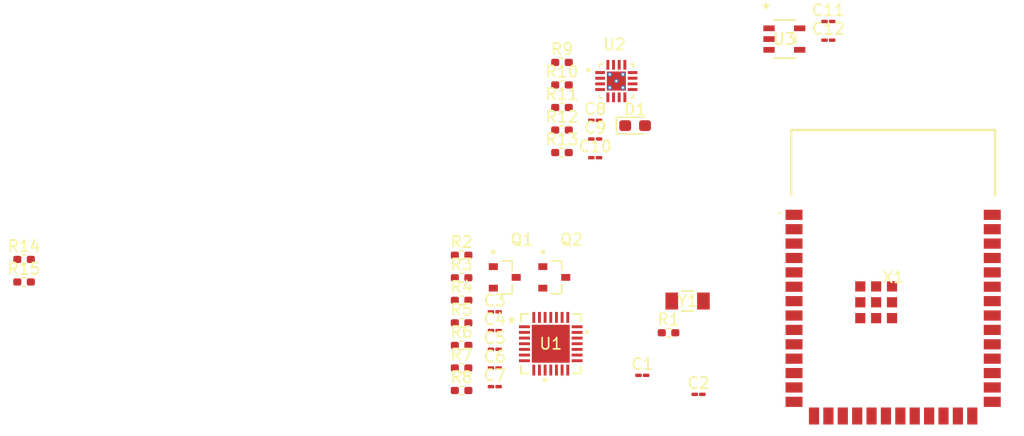
<source format=kicad_pcb>
(kicad_pcb (version 20240108) (generator "pcbnew") (generator_version "8.0")
  (layers (0 "F.Cu" signal) (31 "B.Cu" signal) (34 "B.Paste" user) (35 "F.Paste" user) (36 "B.SilkS" user "B.Silkscreen") (37 "F.SilkS" user "F.Silkscreen") (38 "B.Mask" user) (39 "F.Mask" user) (44 "Edge.Cuts" user))
  (net 0 "")
  (net 1 "/IO0")
  (net 2 "Net-(D3-A)")
  (net 4 "/VDD_SYS")
  (net 5 "Net-(D2-A)")
  (net 6 "/VDD_BATT")
  (net 8 "/IO12")
  (net 9 "/IO42")
  (net 10 "/D+")
  (net 11 "/IO4")
  (net 12 "/IO37")
  (net 13 "/IO9")
  (net 14 "/D-")
  (net 15 "/IO21")
  (net 16 "/IO18")
  (net 17 "/IO41")
  (net 18 "/IO7")
  (net 19 "Net-(D1-K)")
  (net 20 "/IO14")
  (net 21 "/IO2")
  (net 22 "/IO8")
  (net 23 "/IO17")
  (net 24 "/IO13")
  (net 25 "/IO10")
  (net 26 "/IO46")
  (net 27 "/IO45")
  (net 28 "/IO39")
  (net 29 "/IO6")
  (net 30 "/IO3")
  (net 31 "/IO47")
  (net 32 "/IO48")
  (net 33 "/IO36")
  (net 34 "/IO5")
  (net 35 "GND")
  (net 36 "/VDD_ESP")
  (net 37 "Net-(X1-IO16)")
  (net 38 "Net-(X1-IO15)")
  (net 39 "Net-(U2-~{CHG})")
  (net 40 "Net-(U1-VBUS)")
  (net 41 "Net-(Q1-Pad1)")
  (net 42 "/CHIP_PU")
  (net 43 "/RTS")
  (net 44 "/DTR")
  (net 45 "Net-(Q2-Pad1)")
  (net 46 "/IO1")
  (net 47 "Net-(U1-*SUSPEND)")
  (net 48 "Net-(U1-RSTb)")
  (net 49 "/VDD_USB")
  (net 56 "/CP_RXD")
  (net 58 "/USB_D+")
  (net 59 "/CP_TXD")
  (net 64 "/USB_D-")
  (net 70 "Net-(U2-~{PGOOD})")
  (net 71 "Net-(U2-TS)")
  (net 72 "Net-(U2-ISET)")
  (net 73 "Net-(U2-ILIM)")
  (net 75 "/IO35")
  (net 76 "/IO40")
  (net 77 "/IO11")
  (net 78 "/IO38")
  (footprint "SS8050-G:TRANS_SS8050-G" (layer "F.Cu") (at 108.794 89.0531)
    (property "Reference" "Q2" (at 1.515 -3.335 0) (layer "F.SilkS"))
    (property "Value" "SS8050-G")
    (fp_line (start -0.29 -1.45) (end 0.65 -1.45) (stroke (width 0.127)) (layer "F.SilkS"))
    (fp_line (start 0.65 -0.62) (end 0.65 -1.45) (stroke (width 0.127)) (layer "F.SilkS"))
    (fp_line (start 0.65 1.45) (end -0.29 1.45) (stroke (width 0.127)) (layer "F.SilkS"))
    (fp_line (start 0.65 1.45) (end 0.65 0.62) (stroke (width 0.127)) (layer "F.SilkS"))
    (fp_circle (center -1.01 -2.25) (end -0.91 -2.25) (stroke (width 0.2)) (fill none) (layer "F.SilkS"))
    (pad "1" smd rect (at -1.01 -0.95) (size 0.8 0.6) (layers "F.Cu" "F.Paste" "F.Mask") (net 45 "Net-(Q2-Pad1)"))
    (pad "2" smd rect (at -1.01 0.95) (size 0.8 0.6) (layers "F.Cu" "F.Paste" "F.Mask") (net 44 "/DTR"))
    (pad "3" smd rect (at 1.01 0) (size 0.8 0.6) (layers "F.Cu" "F.Paste" "F.Mask") (net 1 "/IO0"))
  )
  (footprint "Capacitor_SMD:C_01005_0402Metric_Pad0.57x0.30mm_HandSolder" (layer "F.Cu") (at 103.544 97.0481)
    (property "Reference" "C6" (at 0 -1 0) (layer "F.SilkS"))
    (property "Value" "1uF")
    (pad "1" smd roundrect (at -0.3375 0) (size 0.575 0.3) (layers "F.Cu" "F.Mask") (net 40 "Net-(U1-VBUS)"))
    (pad "2" smd roundrect (at 0.3375 0) (size 0.575 0.3) (layers "F.Cu" "F.Mask") (net 35 "GND"))
  )
  (footprint "Resistor_SMD:R_0402_1005Metric_Pad0.72x0.64mm_HandSolder" (layer "F.Cu") (at 109.475 72.065)
    (property "Reference" "R10" (at 0 -1.17 0) (layer "F.SilkS"))
    (property "Value" "1.87kΩ")
    (fp_line (start -0.167621 -0.38) (end 0.167621 -0.38) (stroke (width 0.12)) (layer "F.SilkS"))
    (fp_line (start -0.167621 0.38) (end 0.167621 0.38) (stroke (width 0.12)) (layer "F.SilkS"))
    (pad "1" smd roundrect (at -0.5975 0) (size 0.715 0.64) (layers "F.Cu" "F.Paste" "F.Mask") (net 70 "Net-(U2-~{PGOOD})"))
    (pad "2" smd roundrect (at 0.5975 0) (size 0.715 0.64) (layers "F.Cu" "F.Paste" "F.Mask") (net 4 "/VDD_SYS"))
  )
  (footprint "Resistor_SMD:R_0402_1005Metric_Pad0.72x0.64mm_HandSolder" (layer "F.Cu") (at 100.614 97.0481)
    (property "Reference" "R7" (at 0 -1.17 0) (layer "F.SilkS"))
    (property "Value" "10kΩ")
    (fp_line (start -0.167621 -0.38) (end 0.167621 -0.38) (stroke (width 0.12)) (layer "F.SilkS"))
    (fp_line (start -0.167621 0.38) (end 0.167621 0.38) (stroke (width 0.12)) (layer "F.SilkS"))
    (pad "1" smd roundrect (at -0.5975 0) (size 0.715 0.64) (layers "F.Cu" "F.Paste" "F.Mask") (net 41 "Net-(Q1-Pad1)"))
    (pad "2" smd roundrect (at 0.5975 0) (size 0.715 0.64) (layers "F.Cu" "F.Paste" "F.Mask") (net 44 "/DTR"))
  )
  (footprint "Capacitor_SMD:C_01005_0402Metric_Pad0.57x0.30mm_HandSolder" (layer "F.Cu") (at 103.544 92.0981)
    (property "Reference" "C3" (at 0 -1 0) (layer "F.SilkS"))
    (property "Value" "12pF")
    (pad "1" smd roundrect (at -0.3375 0) (size 0.575 0.3) (layers "F.Cu" "F.Mask") (net 37 "Net-(X1-IO16)"))
    (pad "2" smd roundrect (at 0.3375 0) (size 0.575 0.3) (layers "F.Cu" "F.Mask") (net 35 "GND"))
  )
  (footprint "Resistor_SMD:R_0402_1005Metric_Pad0.72x0.64mm_HandSolder" (layer "F.Cu") (at 100.614 89.0881)
    (property "Reference" "R3" (at 0 -1.17 0) (layer "F.SilkS"))
    (property "Value" "10kΩ")
    (fp_line (start -0.167621 -0.38) (end 0.167621 -0.38) (stroke (width 0.12)) (layer "F.SilkS"))
    (fp_line (start -0.167621 0.38) (end 0.167621 0.38) (stroke (width 0.12)) (layer "F.SilkS"))
    (pad "1" smd roundrect (at -0.5975 0) (size 0.715 0.64) (layers "F.Cu" "F.Paste" "F.Mask") (net 35 "GND"))
    (pad "2" smd roundrect (at 0.5975 0) (size 0.715 0.64) (layers "F.Cu" "F.Paste" "F.Mask") (net 47 "Net-(U1-*SUSPEND)"))
  )
  (footprint "Resistor_SMD:R_0402_1005Metric_Pad0.72x0.64mm_HandSolder" (layer "F.Cu") (at 100.614 93.0681)
    (property "Reference" "R5" (at 0 -1.17 0) (layer "F.SilkS"))
    (property "Value" "47.5kΩ")
    (fp_line (start -0.167621 -0.38) (end 0.167621 -0.38) (stroke (width 0.12)) (layer "F.SilkS"))
    (fp_line (start -0.167621 0.38) (end 0.167621 0.38) (stroke (width 0.12)) (layer "F.SilkS"))
    (pad "1" smd roundrect (at -0.5975 0) (size 0.715 0.64) (layers "F.Cu" "F.Paste" "F.Mask") (net 40 "Net-(U1-VBUS)"))
    (pad "2" smd roundrect (at 0.5975 0) (size 0.715 0.64) (layers "F.Cu" "F.Paste" "F.Mask") (net 35 "GND"))
  )
  (footprint "Capacitor_SMD:C_01005_0402Metric_Pad0.57x0.30mm_HandSolder" (layer "F.Cu") (at 116.5675 97.7)
    (property "Reference" "C1" (at 0 -1 0) (layer "F.SilkS"))
    (property "Value" "0.1uF")
    (pad "1" smd roundrect (at -0.3375 0) (size 0.575 0.3) (layers "F.Cu" "F.Mask") (net 36 "/VDD_ESP"))
    (pad "2" smd roundrect (at 0.3375 0) (size 0.575 0.3) (layers "F.Cu" "F.Mask") (net 35 "GND"))
  )
  (footprint "Resistor_SMD:R_0402_1005Metric_Pad0.72x0.64mm_HandSolder" (layer "F.Cu") (at 100.614 91.0781)
    (property "Reference" "R4" (at 0 -1.17 0) (layer "F.SilkS"))
    (property "Value" "1kΩ")
    (fp_line (start -0.167621 -0.38) (end 0.167621 -0.38) (stroke (width 0.12)) (layer "F.SilkS"))
    (fp_line (start -0.167621 0.38) (end 0.167621 0.38) (stroke (width 0.12)) (layer "F.SilkS"))
    (pad "1" smd roundrect (at -0.5975 0) (size 0.715 0.64) (layers "F.Cu" "F.Paste" "F.Mask") (net 36 "/VDD_ESP"))
    (pad "2" smd roundrect (at 0.5975 0) (size 0.715 0.64) (layers "F.Cu" "F.Paste" "F.Mask") (net 48 "Net-(U1-RSTb)"))
  )
  (footprint "Resistor_SMD:R_0402_1005Metric_Pad0.72x0.64mm_HandSolder" (layer "F.Cu") (at 61.9881 87.4688)
    (property "Reference" "R14" (at 0 -1.17 0) (layer "F.SilkS"))
    (property "Value" "300Ω")
    (fp_line (start -0.167621 -0.38) (end 0.167621 -0.38) (stroke (width 0.12)) (layer "F.SilkS"))
    (fp_line (start -0.167621 0.38) (end 0.167621 0.38) (stroke (width 0.12)) (layer "F.SilkS"))
    (pad "1" smd roundrect (at -0.5975 0) (size 0.715 0.64) (layers "F.Cu" "F.Paste" "F.Mask") (net 2 "Net-(D3-A)"))
    (pad "2" smd roundrect (at 0.5975 0) (size 0.715 0.64) (layers "F.Cu" "F.Paste" "F.Mask"))
  )
  (footprint "Capacitor_SMD:C_01005_0402Metric_Pad0.57x0.30mm_HandSolder" (layer "F.Cu") (at 103.544 98.6981)
    (property "Reference" "C7" (at 0 -1 0) (layer "F.SilkS"))
    (property "Value" "10uF")
    (pad "1" smd roundrect (at -0.3375 0) (size 0.575 0.3) (layers "F.Cu" "F.Mask") (net 35 "GND"))
    (pad "2" smd roundrect (at 0.3375 0) (size 0.575 0.3) (layers "F.Cu" "F.Mask") (net 36 "/VDD_ESP"))
  )
  (footprint "32kHz-crystal:12.87159_GYE" (layer "F.Cu") (at 120.563199 91.14)
    (property "Reference" "Y1" (at 0 0 0) (layer "F.SilkS"))
    (property "Value" "Crystal")
    (fp_line (start -0.530451 0.8763) (end 0.530451 0.8763) (stroke (width 0.1524)) (layer "F.SilkS"))
    (fp_line (start 0.530451 -0.8763) (end -0.530451 -0.8763) (stroke (width 0.1524)) (layer "F.SilkS"))
    (pad "1" smd rect (at -1.396801 0) (size 1.1176 1.4986) (layers "F.Cu" "F.Paste" "F.Mask") (net 37 "Net-(X1-IO16)"))
    (pad "2" smd rect (at 1.396801 0) (size 1.1176 1.4986) (layers "F.Cu" "F.Paste" "F.Mask") (net 38 "Net-(X1-IO15)"))
  )
  (footprint "Resistor_SMD:R_0402_1005Metric_Pad0.72x0.64mm_HandSolder" (layer "F.Cu") (at 109.475 70.075)
    (property "Reference" "R9" (at 0 -1.17 0) (layer "F.SilkS"))
    (property "Value" "1.87kΩ")
    (fp_line (start -0.167621 -0.38) (end 0.167621 -0.38) (stroke (width 0.12)) (layer "F.SilkS"))
    (fp_line (start -0.167621 0.38) (end 0.167621 0.38) (stroke (width 0.12)) (layer "F.SilkS"))
    (pad "1" smd roundrect (at -0.5975 0) (size 0.715 0.64) (layers "F.Cu" "F.Paste" "F.Mask") (net 39 "Net-(U2-~{CHG})"))
    (pad "2" smd roundrect (at 0.5975 0) (size 0.715 0.64) (layers "F.Cu" "F.Paste" "F.Mask") (net 19 "Net-(D1-K)"))
  )
  (footprint "Capacitor_SMD:C_01005_0402Metric_Pad0.57x0.30mm_HandSolder" (layer "F.Cu") (at 112.405 75.185)
    (property "Reference" "C8" (at 0 -1 0) (layer "F.SilkS"))
    (property "Value" "4.7uF")
    (pad "1" smd roundrect (at -0.3375 0) (size 0.575 0.3) (layers "F.Cu" "F.Mask") (net 4 "/VDD_SYS"))
    (pad "2" smd roundrect (at 0.3375 0) (size 0.575 0.3) (layers "F.Cu" "F.Mask") (net 35 "GND"))
  )
  (footprint "Capacitor_SMD:C_01005_0402Metric_Pad0.57x0.30mm_HandSolder" (layer "F.Cu") (at 132.9875 66.46)
    (property "Reference" "C11" (at 0 -1 0) (layer "F.SilkS"))
    (property "Value" "4.7uF")
    (pad "1" smd roundrect (at -0.3375 0) (size 0.575 0.3) (layers "F.Cu" "F.Mask") (net 4 "/VDD_SYS"))
    (pad "2" smd roundrect (at 0.3375 0) (size 0.575 0.3) (layers "F.Cu" "F.Mask") (net 35 "GND"))
  )
  (footprint "Capacitor_SMD:C_01005_0402Metric_Pad0.57x0.30mm_HandSolder" (layer "F.Cu") (at 112.405 76.835)
    (property "Reference" "C9" (at 0 -1 0) (layer "F.SilkS"))
    (property "Value" "4.7uF")
    (pad "1" smd roundrect (at -0.3375 0) (size 0.575 0.3) (layers "F.Cu" "F.Mask") (net 6 "/VDD_BATT"))
    (pad "2" smd roundrect (at 0.3375 0) (size 0.575 0.3) (layers "F.Cu" "F.Mask") (net 35 "GND"))
  )
  (footprint "SS8050-G:TRANS_SS8050-G" (layer "F.Cu") (at 104.424 89.0531)
    (property "Reference" "Q1" (at 1.515 -3.335 0) (layer "F.SilkS"))
    (property "Value" "SS8050-G")
    (fp_line (start -0.29 -1.45) (end 0.65 -1.45) (stroke (width 0.127)) (layer "F.SilkS"))
    (fp_line (start 0.65 -0.62) (end 0.65 -1.45) (stroke (width 0.127)) (layer "F.SilkS"))
    (fp_line (start 0.65 1.45) (end -0.29 1.45) (stroke (width 0.127)) (layer "F.SilkS"))
    (fp_line (start 0.65 1.45) (end 0.65 0.62) (stroke (width 0.127)) (layer "F.SilkS"))
    (fp_circle (center -1.01 -2.25) (end -0.91 -2.25) (stroke (width 0.2)) (fill none) (layer "F.SilkS"))
    (pad "1" smd rect (at -1.01 -0.95) (size 0.8 0.6) (layers "F.Cu" "F.Paste" "F.Mask") (net 41 "Net-(Q1-Pad1)"))
    (pad "2" smd rect (at -1.01 0.95) (size 0.8 0.6) (layers "F.Cu" "F.Paste" "F.Mask") (net 43 "/RTS"))
    (pad "3" smd rect (at 1.01 0) (size 0.8 0.6) (layers "F.Cu" "F.Paste" "F.Mask") (net 42 "/CHIP_PU"))
  )
  (footprint "ESP32-S3-WROOM-1-N16R8:ESP32S3WROOM1N8R2" (layer "F.Cu") (at 138.71 88.79)
    (property "Reference" "X1" (at 0 0.25 0) (layer "F.SilkS"))
    (property "Value" "ESP32-S3-WROOM-1-N16R8")
    (property "VALUE" "ESP32-S3-WROOM-1-N16R8" (hide yes))
    (fp_line (start -10.1 -5.4) (end -10.1 -5.4) (stroke (width 0.1)) (layer "F.SilkS"))
    (fp_line (start -10 -5.4) (end -10 -5.4) (stroke (width 0.1)) (layer "F.SilkS"))
    (fp_line (start -9 -12.75) (end 9 -12.75) (stroke (width 0.2)) (layer "F.SilkS"))
    (fp_line (start -9 -7) (end -9 -12.75) (stroke (width 0.2)) (layer "F.SilkS"))
    (fp_line (start 9 -12.75) (end 9 -7) (stroke (width 0.2)) (layer "F.SilkS"))
    (fp_arc (start -10.1 -5.4) (mid -10.05 -5.45) (end -10 -5.4) (stroke (width 0.1)) (layer "F.SilkS"))
    (fp_arc (start -10 -5.4) (mid -10.05 -5.35) (end -10.1 -5.4) (stroke (width 0.1)) (layer "F.SilkS"))
    (pad "1" smd rect (at -8.75 -5.26) (size 1.5 0.9) (layers "F.Cu" "F.Paste" "F.Mask") (net 35 "GND"))
    (pad "2" smd rect (at -8.75 -3.99) (size 1.5 0.9) (layers "F.Cu" "F.Paste" "F.Mask") (net 36 "/VDD_ESP"))
    (pad "3" smd rect (at -8.75 -2.72) (size 1.5 0.9) (layers "F.Cu" "F.Paste" "F.Mask") (net 42 "/CHIP_PU"))
    (pad "4" smd rect (at -8.75 -1.45) (size 1.5 0.9) (layers "F.Cu" "F.Paste" "F.Mask") (net 11 "/IO4"))
    (pad "5" smd rect (at -8.75 -0.18) (size 1.5 0.9) (layers "F.Cu" "F.Paste" "F.Mask") (net 34 "/IO5"))
    (pad "6" smd rect (at -8.75 1.09) (size 1.5 0.9) (layers "F.Cu" "F.Paste" "F.Mask") (net 29 "/IO6"))
    (pad "7" smd rect (at -8.75 2.36) (size 1.5 0.9) (layers "F.Cu" "F.Paste" "F.Mask") (net 18 "/IO7"))
    (pad "8" smd rect (at -8.75 3.63) (size 1.5 0.9) (layers "F.Cu" "F.Paste" "F.Mask") (net 38 "Net-(X1-IO15)"))
    (pad "9" smd rect (at -8.75 4.9) (size 1.5 0.9) (layers "F.Cu" "F.Paste" "F.Mask") (net 37 "Net-(X1-IO16)"))
    (pad "10" smd rect (at -8.75 6.17) (size 1.5 0.9) (layers "F.Cu" "F.Paste" "F.Mask") (net 23 "/IO17"))
    (pad "11" smd rect (at -8.75 7.44) (size 1.5 0.9) (layers "F.Cu" "F.Paste" "F.Mask") (net 16 "/IO18"))
    (pad "12" smd rect (at -8.75 8.71) (size 1.5 0.9) (layers "F.Cu" "F.Paste" "F.Mask") (net 22 "/IO8"))
    (pad "13" smd rect (at -8.75 9.98) (size 1.5 0.9) (layers "F.Cu" "F.Paste" "F.Mask") (net 14 "/D-"))
    (pad "14" smd rect (at -8.75 11.25) (size 1.5 0.9) (layers "F.Cu" "F.Paste" "F.Mask") (net 10 "/D+"))
    (pad "15" smd rect (at -6.985 12.5) (size 0.9 1.5) (layers "F.Cu" "F.Paste" "F.Mask") (net 30 "/IO3"))
    (pad "16" smd rect (at -5.715 12.5) (size 0.9 1.5) (layers "F.Cu" "F.Paste" "F.Mask") (net 26 "/IO46"))
    (pad "17" smd rect (at -4.445 12.5) (size 0.9 1.5) (layers "F.Cu" "F.Paste" "F.Mask") (net 13 "/IO9"))
    (pad "18" smd rect (at -3.175 12.5) (size 0.9 1.5) (layers "F.Cu" "F.Paste" "F.Mask") (net 25 "/IO10"))
    (pad "19" smd rect (at -1.905 12.5) (size 0.9 1.5) (layers "F.Cu" "F.Paste" "F.Mask") (net 77 "/IO11"))
    (pad "20" smd rect (at -0.635 12.5) (size 0.9 1.5) (layers "F.Cu" "F.Paste" "F.Mask") (net 8 "/IO12"))
    (pad "21" smd rect (at 0.635 12.5) (size 0.9 1.5) (layers "F.Cu" "F.Paste" "F.Mask") (net 24 "/IO13"))
    (pad "22" smd rect (at 1.905 12.5) (size 0.9 1.5) (layers "F.Cu" "F.Paste" "F.Mask") (net 20 "/IO14"))
    (pad "23" smd rect (at 3.175 12.5) (size 0.9 1.5) (layers "F.Cu" "F.Paste" "F.Mask") (net 15 "/IO21"))
    (pad "24" smd rect (at 4.445 12.5) (size 0.9 1.5) (layers "F.Cu" "F.Paste" "F.Mask") (net 31 "/IO47"))
    (pad "25" smd rect (at 5.715 12.5) (size 0.9 1.5) (layers "F.Cu" "F.Paste" "F.Mask") (net 32 "/IO48"))
    (pad "26" smd rect (at 6.985 12.5) (size 0.9 1.5) (layers "F.Cu" "F.Paste" "F.Mask") (net 27 "/IO45"))
    (pad "27" smd rect (at 8.75 11.25) (size 1.5 0.9) (layers "F.Cu" "F.Paste" "F.Mask") (net 1 "/IO0"))
    (pad "28" smd rect (at 8.75 9.98) (size 1.5 0.9) (layers "F.Cu" "F.Paste" "F.Mask") (net 75 "/IO35"))
    (pad "29" smd rect (at 8.75 8.71) (size 1.5 0.9) (layers "F.Cu" "F.Paste" "F.Mask") (net 33 "/IO36"))
    (pad "30" smd rect (at 8.75 7.44) (size 1.5 0.9) (layers "F.Cu" "F.Paste" "F.Mask") (net 12 "/IO37"))
    (pad "31" smd rect (at 8.75 6.17) (size 1.5 0.9) (layers "F.Cu" "F.Paste" "F.Mask") (net 78 "/IO38"))
    (pad "32" smd rect (at 8.75 4.9) (size 1.5 0.9) (layers "F.Cu" "F.Paste" "F.Mask") (net 28 "/IO39"))
    (pad "33" smd rect (at 8.75 3.63) (size 1.5 0.9) (layers "F.Cu" "F.Paste" "F.Mask") (net 76 "/IO40"))
    (pad "34" smd rect (at 8.75 2.36) (size 1.5 0.9) (layers "F.Cu" "F.Paste" "F.Mask") (net 17 "/IO41"))
    (pad "35" smd rect (at 8.75 1.09) (size 1.5 0.9) (layers "F.Cu" "F.Paste" "F.Mask") (net 9 "/IO42"))
    (pad "36" smd rect (at 8.75 -0.18) (size 1.5 0.9) (layers "F.Cu" "F.Paste" "F.Mask") (net 59 "/CP_TXD"))
    (pad "37" smd rect (at 8.75 -1.45) (size 1.5 0.9) (layers "F.Cu" "F.Paste" "F.Mask") (net 56 "/CP_RXD"))
    (pad "38" smd rect (at 8.75 -2.72) (size 1.5 0.9) (layers "F.Cu" "F.Paste" "F.Mask") (net 21 "/IO2"))
    (pad "39" smd rect (at 8.75 -3.99) (size 1.5 0.9) (layers "F.Cu" "F.Paste" "F.Mask") (net 46 "/IO1"))
    (pad "40" smd rect (at 8.75 -5.26) (size 1.5 0.9) (layers "F.Cu" "F.Paste" "F.Mask") (net 35 "GND"))
    (pad "41" smd rect (at -1.5 2.46) (size 0.9 0.9) (layers "F.Cu" "F.Paste" "F.Mask") (net 35 "GND"))
    (pad "42" smd rect (at -1.5 1.06) (size 0.9 0.9) (layers "F.Cu" "F.Paste" "F.Mask") (net 35 "GND"))
    (pad "43" smd rect (at -2.9 1.06) (size 0.9 0.9) (layers "F.Cu" "F.Paste" "F.Mask") (net 35 "GND"))
    (pad "44" smd rect (at -2.9 2.46) (size 0.9 0.9) (layers "F.Cu" "F.Paste" "F.Mask") (net 35 "GND"))
    (pad "45" smd rect (at -2.9 3.86) (size 0.9 0.9) (layers "F.Cu" "F.Paste" "F.Mask") (net 35 "GND"))
    (pad "46" smd rect (at -1.5 3.86) (size 0.9 0.9) (layers "F.Cu" "F.Paste" "F.Mask") (net 35 "GND"))
    (pad "47" smd rect (at -0.1 3.86) (size 0.9 0.9) (layers "F.Cu" "F.Paste" "F.Mask") (net 35 "GND"))
    (pad "48" smd rect (at -0.1 2.46) (size 0.9 0.9) (layers "F.Cu" "F.Paste" "F.Mask") (net 35 "GND"))
    (pad "49" smd rect (at -0.1 1.06) (size 0.9 0.9) (layers "F.Cu" "F.Paste" "F.Mask") (net 35 "GND"))
  )
  (footprint "Resistor_SMD:R_0402_1005Metric_Pad0.72x0.64mm_HandSolder" (layer "F.Cu") (at 118.8825 93.94)
    (property "Reference" "R1" (at 0 -1.17 0) (layer "F.SilkS"))
    (property "Value" "X")
    (fp_line (start -0.167621 -0.38) (end 0.167621 -0.38) (stroke (width 0.12)) (layer "F.SilkS"))
    (fp_line (start -0.167621 0.38) (end 0.167621 0.38) (stroke (width 0.12)) (layer "F.SilkS"))
    (pad "1" smd roundrect (at -0.5975 0) (size 0.715 0.64) (layers "F.Cu" "F.Paste" "F.Mask") (net 38 "Net-(X1-IO15)"))
    (pad "2" smd roundrect (at 0.5975 0) (size 0.715 0.64) (layers "F.Cu" "F.Paste" "F.Mask") (net 37 "Net-(X1-IO16)"))
  )
  (footprint "Capacitor_SMD:C_01005_0402Metric_Pad0.57x0.30mm_HandSolder" (layer "F.Cu") (at 103.544 95.3981)
    (property "Reference" "C5" (at 0 -1 0) (layer "F.SilkS"))
    (property "Value" "1uF")
    (pad "1" smd roundrect (at -0.3375 0) (size 0.575 0.3) (layers "F.Cu" "F.Mask") (net 42 "/CHIP_PU"))
    (pad "2" smd roundrect (at 0.3375 0) (size 0.575 0.3) (layers "F.Cu" "F.Mask") (net 35 "GND"))
  )
  (footprint "Resistor_SMD:R_0402_1005Metric_Pad0.72x0.64mm_HandSolder" (layer "F.Cu") (at 100.614 87.0981)
    (property "Reference" "R2" (at 0 -1.17 0) (layer "F.SilkS"))
    (property "Value" "10kΩ")
    (fp_line (start -0.167621 -0.38) (end 0.167621 -0.38) (stroke (width 0.12)) (layer "F.SilkS"))
    (fp_line (start -0.167621 0.38) (end 0.167621 0.38) (stroke (width 0.12)) (layer "F.SilkS"))
    (pad "1" smd roundrect (at -0.5975 0) (size 0.715 0.64) (layers "F.Cu" "F.Paste" "F.Mask") (net 42 "/CHIP_PU"))
    (pad "2" smd roundrect (at 0.5975 0) (size 0.715 0.64) (layers "F.Cu" "F.Paste" "F.Mask") (net 36 "/VDD_ESP"))
  )
  (footprint "BQ24075RGTR:QFN50P300X300X100-17N" (layer "F.Cu") (at 114.275 71.72)
    (property "Reference" "U2" (at -0.165 -3.24 0) (layer "F.SilkS"))
    (property "Value" "BQ24075RGTR")
    (fp_line (start -1.5 -1.5) (end -1.5 -1.2) (stroke (width 0.127)) (layer "F.SilkS"))
    (fp_line (start -1.5 -1.5) (end -1.2 -1.5) (stroke (width 0.127)) (layer "F.SilkS"))
    (fp_line (start -1.5 1.5) (end -1.5 1.2) (stroke (width 0.127)) (layer "F.SilkS"))
    (fp_line (start -1.5 1.5) (end -1.2 1.5) (stroke (width 0.127)) (layer "F.SilkS"))
    (fp_line (start 1.5 -1.5) (end 1.2 -1.5) (stroke (width 0.127)) (layer "F.SilkS"))
    (fp_line (start 1.5 -1.5) (end 1.5 -1.2) (stroke (width 0.127)) (layer "F.SilkS"))
    (fp_line (start 1.5 1.5) (end 1.2 1.5) (stroke (width 0.127)) (layer "F.SilkS"))
    (fp_line (start 1.5 1.5) (end 1.5 1.2) (stroke (width 0.127)) (layer "F.SilkS"))
    (fp_circle (center -2.475 -0.95) (end -2.375 -0.95) (stroke (width 0.2)) (fill none) (layer "F.SilkS"))
    (pad "1" smd roundrect (at -1.435 -0.75) (size 0.86 0.26) (layers "F.Cu" "F.Paste" "F.Mask") (roundrect_rratio 0.125) (net 71 "Net-(U2-TS)"))
    (pad "2" smd roundrect (at -1.435 -0.25) (size 0.86 0.26) (layers "F.Cu" "F.Paste" "F.Mask") (roundrect_rratio 0.125) (net 6 "/VDD_BATT"))
    (pad "3" smd roundrect (at -1.435 0.25) (size 0.86 0.26) (layers "F.Cu" "F.Paste" "F.Mask") (roundrect_rratio 0.125) (net 6 "/VDD_BATT"))
    (pad "4" smd roundrect (at -1.435 0.75) (size 0.86 0.26) (layers "F.Cu" "F.Paste" "F.Mask") (roundrect_rratio 0.125) (net 35 "GND"))
    (pad "5" smd roundrect (at -0.75 1.435) (size 0.26 0.86) (layers "F.Cu" "F.Paste" "F.Mask") (roundrect_rratio 0.125) (net 4 "/VDD_SYS"))
    (pad "6" smd roundrect (at -0.25 1.435) (size 0.26 0.86) (layers "F.Cu" "F.Paste" "F.Mask") (roundrect_rratio 0.125) (net 35 "GND"))
    (pad "7" smd roundrect (at 0.25 1.435) (size 0.26 0.86) (layers "F.Cu" "F.Paste" "F.Mask") (roundrect_rratio 0.125) (net 70 "Net-(U2-~{PGOOD})"))
    (pad "8" smd roundrect (at 0.75 1.435) (size 0.26 0.86) (layers "F.Cu" "F.Paste" "F.Mask") (roundrect_rratio 0.125) (net 35 "GND"))
    (pad "9" smd roundrect (at 1.435 0.75) (size 0.86 0.26) (layers "F.Cu" "F.Paste" "F.Mask") (roundrect_rratio 0.125) (net 39 "Net-(U2-~{CHG})"))
    (pad "10" smd roundrect (at 1.435 0.25) (size 0.86 0.26) (layers "F.Cu" "F.Paste" "F.Mask") (roundrect_rratio 0.125) (net 4 "/VDD_SYS"))
    (pad "11" smd roundrect (at 1.435 -0.25) (size 0.86 0.26) (layers "F.Cu" "F.Paste" "F.Mask") (roundrect_rratio 0.125) (net 4 "/VDD_SYS"))
    (pad "12" smd roundrect (at 1.435 -0.75) (size 0.86 0.26) (layers "F.Cu" "F.Paste" "F.Mask") (roundrect_rratio 0.125) (net 73 "Net-(U2-ILIM)"))
    (pad "13" smd roundrect (at 0.75 -1.435) (size 0.26 0.86) (layers "F.Cu" "F.Paste" "F.Mask") (roundrect_rratio 0.125) (net 49 "/VDD_USB"))
    (pad "14" smd roundrect (at 0.25 -1.435) (size 0.26 0.86) (layers "F.Cu" "F.Paste" "F.Mask") (roundrect_rratio 0.125) (net 35 "GND"))
    (pad "15" smd roundrect (at -0.25 -1.435) (size 0.26 0.86) (layers "F.Cu" "F.Paste" "F.Mask") (roundrect_rratio 0.125) (net 35 "GND"))
    (pad "16" smd roundrect (at -0.75 -1.435) (size 0.26 0.86) (layers "F.Cu" "F.Paste" "F.Mask") (roundrect_rratio 0.125) (net 72 "Net-(U2-ISET)"))
    (pad "17" smd rect (at 0 0) (size 1.68 1.68) (layers "F.Cu" "F.Mask") (net 35 "GND"))
    (pad "18" thru_hole circle (at 0 0) (size 0.4 0.4) (drill 0.2) (layers "*.Cu"))
    (pad "19" thru_hole circle (at -0.58 -0.58) (size 0.4 0.4) (drill 0.2) (layers "*.Cu"))
    (pad "20" thru_hole circle (at 0.58 -0.58) (size 0.4 0.4) (drill 0.2) (layers "*.Cu"))
    (pad "21" thru_hole circle (at -0.58 0.58) (size 0.4 0.4) (drill 0.2) (layers "*.Cu"))
    (pad "22" thru_hole circle (at 0.58 0.58) (size 0.4 0.4) (drill 0.2) (layers "*.Cu"))
  )
  (footprint "Resistor_SMD:R_0402_1005Metric_Pad0.72x0.64mm_HandSolder" (layer "F.Cu") (at 100.614 99.0381)
    (property "Reference" "R8" (at 0 -1.17 0) (layer "F.SilkS"))
    (property "Value" "10kΩ")
    (fp_line (start -0.167621 -0.38) (end 0.167621 -0.38) (stroke (width 0.12)) (layer "F.SilkS"))
    (fp_line (start -0.167621 0.38) (end 0.167621 0.38) (stroke (width 0.12)) (layer "F.SilkS"))
    (pad "1" smd roundrect (at -0.5975 0) (size 0.715 0.64) (layers "F.Cu" "F.Paste" "F.Mask") (net 45 "Net-(Q2-Pad1)"))
    (pad "2" smd roundrect (at 0.5975 0) (size 0.715 0.64) (layers "F.Cu" "F.Paste" "F.Mask") (net 43 "/RTS"))
  )
  (footprint "Capacitor_SMD:C_01005_0402Metric_Pad0.57x0.30mm_HandSolder" (layer "F.Cu") (at 103.544 93.7481)
    (property "Reference" "C4" (at 0 -1 0) (layer "F.SilkS"))
    (property "Value" "12pF")
    (pad "1" smd roundrect (at -0.3375 0) (size 0.575 0.3) (layers "F.Cu" "F.Mask") (net 38 "Net-(X1-IO15)"))
    (pad "2" smd roundrect (at 0.3375 0) (size 0.575 0.3) (layers "F.Cu" "F.Mask") (net 35 "GND"))
  )
  (footprint "Capacitor_SMD:C_01005_0402Metric_Pad0.57x0.30mm_HandSolder" (layer "F.Cu") (at 112.405 78.485)
    (property "Reference" "C10" (at 0 -1 0) (layer "F.SilkS"))
    (property "Value" "1uF")
    (pad "1" smd roundrect (at -0.3375 0) (size 0.575 0.3) (layers "F.Cu" "F.Mask") (net 49 "/VDD_USB"))
    (pad "2" smd roundrect (at 0.3375 0) (size 0.575 0.3) (layers "F.Cu" "F.Mask") (net 35 "GND"))
  )
  (footprint "AP2112K-3.3:SOT_RG1_DIO" (layer "F.Cu") (at 129.1053 68.0146)
    (property "Reference" "U3" (at 0 0 0) (layer "F.SilkS"))
    (property "Value" "AP2112K-3.3TRG1")
    (fp_line (start -0.9779 1.6764) (end 0.9779 1.6764) (stroke (width 0.1524)) (layer "F.SilkS"))
    (fp_line (start 0.9779 -1.6764) (end -0.9779 -1.6764) (stroke (width 0.1524)) (layer "F.SilkS"))
    (fp_line (start 0.9779 0.363261) (end 0.9779 -0.363261) (stroke (width 0.1524)) (layer "F.SilkS"))
    (fp_text user "*" (at -1.60655 -2.601 0) (layer "F.SilkS"))
    (fp_text user "*" (at -1.60655 -2.601 0) (layer "F.SilkS"))
    (pad "1" smd rect (at -1.35255 -0.950001) (size 1.0033 0.508) (layers "F.Cu" "F.Paste" "F.Mask") (net 4 "/VDD_SYS"))
    (pad "2" smd rect (at -1.35255 0) (size 1.0033 0.508) (layers "F.Cu" "F.Paste" "F.Mask") (net 35 "GND"))
    (pad "3" smd rect (at -1.35255 0.950001) (size 1.0033 0.508) (layers "F.Cu" "F.Paste" "F.Mask") (net 4 "/VDD_SYS"))
    (pad "4" smd rect (at 1.35255 0.950001) (size 1.0033 0.508) (layers "F.Cu" "F.Paste" "F.Mask"))
    (pad "5" smd rect (at 1.35255 -0.950001) (size 1.0033 0.508) (layers "F.Cu" "F.Paste" "F.Mask") (net 36 "/VDD_ESP"))
  )
  (footprint "Resistor_SMD:R_0402_1005Metric_Pad0.72x0.64mm_HandSolder" (layer "F.Cu") (at 109.475 76.045)
    (property "Reference" "R12" (at 0 -1.17 0) (layer "F.SilkS"))
    (property "Value" "1.13kΩ")
    (fp_line (start -0.167621 -0.38) (end 0.167621 -0.38) (stroke (width 0.12)) (layer "F.SilkS"))
    (fp_line (start -0.167621 0.38) (end 0.167621 0.38) (stroke (width 0.12)) (layer "F.SilkS"))
    (pad "1" smd roundrect (at -0.5975 0) (size 0.715 0.64) (layers "F.Cu" "F.Paste" "F.Mask") (net 35 "GND"))
    (pad "2" smd roundrect (at 0.5975 0) (size 0.715 0.64) (layers "F.Cu" "F.Paste" "F.Mask") (net 72 "Net-(U2-ISET)"))
  )
  (footprint "Resistor_SMD:R_0402_1005Metric_Pad0.72x0.64mm_HandSolder" (layer "F.Cu") (at 109.475 74.055)
    (property "Reference" "R11" (at 0 -1.17 0) (layer "F.SilkS"))
    (property "Value" "10kΩ")
    (fp_line (start -0.167621 -0.38) (end 0.167621 -0.38) (stroke (width 0.12)) (layer "F.SilkS"))
    (fp_line (start -0.167621 0.38) (end 0.167621 0.38) (stroke (width 0.12)) (layer "F.SilkS"))
    (pad "1" smd roundrect (at -0.5975 0) (size 0.715 0.64) (layers "F.Cu" "F.Paste" "F.Mask") (net 35 "GND"))
    (pad "2" smd roundrect (at 0.5975 0) (size 0.715 0.64) (layers "F.Cu" "F.Paste" "F.Mask") (net 71 "Net-(U2-TS)"))
  )
  (footprint "Capacitor_SMD:C_01005_0402Metric_Pad0.57x0.30mm_HandSolder" (layer "F.Cu") (at 121.53 99.38)
    (property "Reference" "C2" (at 0 -1 0) (layer "F.SilkS"))
    (property "Value" "10uF")
    (pad "1" smd roundrect (at -0.3375 0) (size 0.575 0.3) (layers "F.Cu" "F.Mask") (net 36 "/VDD_ESP"))
    (pad "2" smd roundrect (at 0.3375 0) (size 0.575 0.3) (layers "F.Cu" "F.Mask") (net 35 "GND"))
  )
  (footprint "Resistor_SMD:R_0402_1005Metric_Pad0.72x0.64mm_HandSolder" (layer "F.Cu") (at 100.614 95.0581)
    (property "Reference" "R6" (at 0 -1.17 0) (layer "F.SilkS"))
    (property "Value" "22.1kΩ")
    (fp_line (start -0.167621 -0.38) (end 0.167621 -0.38) (stroke (width 0.12)) (layer "F.SilkS"))
    (fp_line (start -0.167621 0.38) (end 0.167621 0.38) (stroke (width 0.12)) (layer "F.SilkS"))
    (pad "1" smd roundrect (at -0.5975 0) (size 0.715 0.64) (layers "F.Cu" "F.Paste" "F.Mask") (net 40 "Net-(U1-VBUS)"))
    (pad "2" smd roundrect (at 0.5975 0) (size 0.715 0.64) (layers "F.Cu" "F.Paste" "F.Mask") (net 49 "/VDD_USB"))
  )
  (footprint "Resistor_SMD:R_0402_1005Metric_Pad0.72x0.64mm_HandSolder" (layer "F.Cu") (at 61.9881 89.4588)
    (property "Reference" "R15" (at 0 -1.17 0) (layer "F.SilkS"))
    (property "Value" "300Ω")
    (fp_line (start -0.167621 -0.38) (end 0.167621 -0.38) (stroke (width 0.12)) (layer "F.SilkS"))
    (fp_line (start -0.167621 0.38) (end 0.167621 0.38) (stroke (width 0.12)) (layer "F.SilkS"))
    (pad "1" smd roundrect (at -0.5975 0) (size 0.715 0.64) (layers "F.Cu" "F.Paste" "F.Mask") (net 5 "Net-(D2-A)"))
    (pad "2" smd roundrect (at 0.5975 0) (size 0.715 0.64) (layers "F.Cu" "F.Paste" "F.Mask"))
  )
  (footprint "CP2102N-A02-QFN28:QFN28_5X5_SIL" (layer "F.Cu") (at 108.4859 94.91)
    (property "Reference" "U1" (at 0 0 0) (layer "F.SilkS"))
    (property "Value" "CP2102N-A02-GQFN28")
    (fp_line (start -2.6289 -2.6289) (end -2.6289 -1.95974) (stroke (width 0.1524)) (layer "F.SilkS"))
    (fp_line (start -2.6289 1.95974) (end -2.6289 2.6289) (stroke (width 0.1524)) (layer "F.SilkS"))
    (fp_line (start -2.6289 2.6289) (end -1.95974 2.6289) (stroke (width 0.1524)) (layer "F.SilkS"))
    (fp_line (start -1.95974 -2.6289) (end -2.6289 -2.6289) (stroke (width 0.1524)) (layer "F.SilkS"))
    (fp_line (start 1.95974 2.6289) (end 2.6289 2.6289) (stroke (width 0.1524)) (layer "F.SilkS"))
    (fp_line (start 2.6289 -2.6289) (end 1.95974 -2.6289) (stroke (width 0.1524)) (layer "F.SilkS"))
    (fp_line (start 2.6289 -1.95974) (end 2.6289 -2.6289) (stroke (width 0.1524)) (layer "F.SilkS"))
    (fp_line (start 2.6289 2.6289) (end 2.6289 1.95974) (stroke (width 0.1524)) (layer "F.SilkS"))
    (fp_poly (pts (xy -0.690499 3.0607) (xy -0.690499 3.3147) (xy -0.309499 3.3147) (xy -0.309499 3.0607)) (fill solid) (layer "F.SilkS"))
    (fp_poly (pts (xy 3.3147 -1.190501) (xy 3.3147 -0.809501) (xy 3.0607 -0.809501) (xy 3.0607 -1.190501)) (fill solid) (layer "F.SilkS"))
    (fp_text user "*" (at -3.4417 -1.75 0) (layer "F.SilkS"))
    (fp_text user "*" (at -3.4417 -1.75 0) (layer "F.SilkS"))
    (pad "1" smd rect (at -2.3241 -1.5 90) (size 0.254 0.9652) (layers "F.Cu" "F.Paste" "F.Mask"))
    (pad "2" smd rect (at -2.3241 -1.000001 90) (size 0.254 0.9652) (layers "F.Cu" "F.Paste" "F.Mask"))
    (pad "3" smd rect (at -2.3241 -0.499999 90) (size 0.254 0.9652) (layers "F.Cu" "F.Paste" "F.Mask") (net 35 "GND"))
    (pad "4" smd rect (at -2.3241 0 90) (size 0.254 0.9652) (layers "F.Cu" "F.Paste" "F.Mask") (net 58 "/USB_D+"))
    (pad "5" smd rect (at -2.3241 0.499999 90) (size 0.254 0.9652) (layers "F.Cu" "F.Paste" "F.Mask") (net 64 "/USB_D-"))
    (pad "6" smd rect (at -2.3241 1.000001 90) (size 0.254 0.9652) (layers "F.Cu" "F.Paste" "F.Mask") (net 36 "/VDD_ESP"))
    (pad "7" smd rect (at -2.3241 1.5 90) (size 0.254 0.9652) (layers "F.Cu" "F.Paste" "F.Mask") (net 36 "/VDD_ESP"))
    (pad "8" smd rect (at -1.5 2.3241) (size 0.254 0.9652) (layers "F.Cu" "F.Paste" "F.Mask") (net 40 "Net-(U1-VBUS)"))
    (pad "9" smd rect (at -1.000001 2.3241) (size 0.254 0.9652) (layers "F.Cu" "F.Paste" "F.Mask") (net 48 "Net-(U1-RSTb)"))
    (pad "10" smd rect (at -0.499999 2.3241) (size 0.254 0.9652) (layers "F.Cu" "F.Paste" "F.Mask"))
    (pad "11" smd rect (at 0 2.3241) (size 0.254 0.9652) (layers "F.Cu" "F.Paste" "F.Mask") (net 47 "Net-(U1-*SUSPEND)"))
    (pad "12" smd rect (at 0.499999 2.3241) (size 0.254 0.9652) (layers "F.Cu" "F.Paste" "F.Mask"))
    (pad "13" smd rect (at 1.000001 2.3241) (size 0.254 0.9652) (layers "F.Cu" "F.Paste" "F.Mask"))
    (pad "14" smd rect (at 1.5 2.3241) (size 0.254 0.9652) (layers "F.Cu" "F.Paste" "F.Mask"))
    (pad "15" smd rect (at 2.3241 1.5 90) (size 0.254 0.9652) (layers "F.Cu" "F.Paste" "F.Mask"))
    (pad "16" smd rect (at 2.3241 1.000001 90) (size 0.254 0.9652) (layers "F.Cu" "F.Paste" "F.Mask"))
    (pad "17" smd rect (at 2.3241 0.499999 90) (size 0.254 0.9652) (layers "F.Cu" "F.Paste" "F.Mask"))
    (pad "18" smd rect (at 2.3241 0 90) (size 0.254 0.9652) (layers "F.Cu" "F.Paste" "F.Mask"))
    (pad "19" smd rect (at 2.3241 -0.499999 90) (size 0.254 0.9652) (layers "F.Cu" "F.Paste" "F.Mask"))
    (pad "20" smd rect (at 2.3241 -1.000001 90) (size 0.254 0.9652) (layers "F.Cu" "F.Paste" "F.Mask"))
    (pad "21" smd rect (at 2.3241 -1.5 90) (size 0.254 0.9652) (layers "F.Cu" "F.Paste" "F.Mask"))
    (pad "22" smd rect (at 1.5 -2.3241) (size 0.254 0.9652) (layers "F.Cu" "F.Paste" "F.Mask"))
    (pad "23" smd rect (at 1.000001 -2.3241) (size 0.254 0.9652) (layers "F.Cu" "F.Paste" "F.Mask"))
    (pad "24" smd rect (at 0.499999 -2.3241) (size 0.254 0.9652) (layers "F.Cu" "F.Paste" "F.Mask") (net 43 "/RTS"))
    (pad "25" smd rect (at 0 -2.3241) (size 0.254 0.9652) (layers "F.Cu" "F.Paste" "F.Mask") (net 56 "/CP_RXD"))
    (pad "26" smd rect (at -0.499999 -2.3241) (size 0.254 0.9652) (layers "F.Cu" "F.Paste" "F.Mask") (net 59 "/CP_TXD"))
    (pad "27" smd rect (at -1.000001 -2.3241) (size 0.254 0.9652) (layers "F.Cu" "F.Paste" "F.Mask"))
    (pad "28" smd rect (at -1.5 -2.3241) (size 0.254 0.9652) (layers "F.Cu" "F.Paste" "F.Mask") (net 44 "/DTR"))
    (pad "29" smd rect (at 0 0) (size 3.3528 3.3528) (layers "F.Cu" "F.Paste" "F.Mask") (net 35 "GND"))
  )
  (footprint "Resistor_SMD:R_0402_1005Metric_Pad0.72x0.64mm_HandSolder" (layer "F.Cu") (at 109.475 78.035)
    (property "Reference" "R13" (at 0 -1.17 0) (layer "F.SilkS"))
    (property "Value" "1.13kΩ")
    (fp_line (start -0.167621 -0.38) (end 0.167621 -0.38) (stroke (width 0.12)) (layer "F.SilkS"))
    (fp_line (start -0.167621 0.38) (end 0.167621 0.38) (stroke (width 0.12)) (layer "F.SilkS"))
    (pad "1" smd roundrect (at -0.5975 0) (size 0.715 0.64) (layers "F.Cu" "F.Paste" "F.Mask") (net 35 "GND"))
    (pad "2" smd roundrect (at 0.5975 0) (size 0.715 0.64) (layers "F.Cu" "F.Paste" "F.Mask") (net 73 "Net-(U2-ILIM)"))
  )
  (footprint "LED_SMD:LED_0603_1608Metric_Pad1.05x0.95mm_HandSolder" (layer "F.Cu") (at 115.93 75.655)
    (property "Reference" "D1" (at 0 -1.43 0) (layer "F.SilkS"))
    (property "Value" "RED")
    (fp_line (start -1.66 -0.735) (end -1.66 0.735) (stroke (width 0.12)) (layer "F.SilkS"))
    (fp_line (start -1.66 0.735) (end 0.8 0.735) (stroke (width 0.12)) (layer "F.SilkS"))
    (fp_line (start 0.8 -0.735) (end -1.66 -0.735) (stroke (width 0.12)) (layer "F.SilkS"))
    (pad "1" smd roundrect (at -0.875 0) (size 1.05 0.95) (layers "F.Cu" "F.Paste" "F.Mask") (net 19 "Net-(D1-K)"))
    (pad "2" smd roundrect (at 0.875 0) (size 1.05 0.95) (layers "F.Cu" "F.Paste" "F.Mask") (net 4 "/VDD_SYS"))
  )
  (footprint "Capacitor_SMD:C_01005_0402Metric_Pad0.57x0.30mm_HandSolder" (layer "F.Cu") (at 132.9875 68.11)
    (property "Reference" "C12" (at 0 -1 0) (layer "F.SilkS"))
    (property "Value" "4.7uF")
    (pad "1" smd roundrect (at -0.3375 0) (size 0.575 0.3) (layers "F.Cu" "F.Mask") (net 36 "/VDD_ESP"))
    (pad "2" smd roundrect (at 0.3375 0) (size 0.575 0.3) (layers "F.Cu" "F.Mask") (net 35 "GND"))
  )
)
</source>
